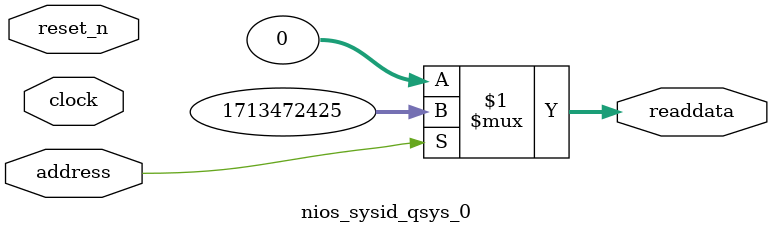
<source format=v>



// synthesis translate_off
`timescale 1ns / 1ps
// synthesis translate_on

// turn off superfluous verilog processor warnings 
// altera message_level Level1 
// altera message_off 10034 10035 10036 10037 10230 10240 10030 

module nios_sysid_qsys_0 (
               // inputs:
                address,
                clock,
                reset_n,

               // outputs:
                readdata
             )
;

  output  [ 31: 0] readdata;
  input            address;
  input            clock;
  input            reset_n;

  wire    [ 31: 0] readdata;
  //control_slave, which is an e_avalon_slave
  assign readdata = address ? 1713472425 : 0;

endmodule



</source>
